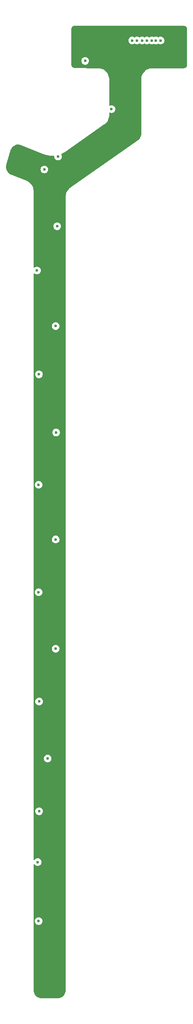
<source format=gbr>
%TF.GenerationSoftware,KiCad,Pcbnew,8.0.2*%
%TF.CreationDate,2025-02-10T20:40:28+01:00*%
%TF.ProjectId,FT25_AMS_VSENS,46543235-5f41-44d5-935f-5653454e532e,rev?*%
%TF.SameCoordinates,Original*%
%TF.FileFunction,Copper,L3,Inr*%
%TF.FilePolarity,Positive*%
%FSLAX46Y46*%
G04 Gerber Fmt 4.6, Leading zero omitted, Abs format (unit mm)*
G04 Created by KiCad (PCBNEW 8.0.2) date 2025-02-10 20:40:28*
%MOMM*%
%LPD*%
G01*
G04 APERTURE LIST*
%TA.AperFunction,ViaPad*%
%ADD10C,0.600000*%
%TD*%
G04 APERTURE END LIST*
D10*
%TO.N,/V1*%
X201425000Y-82300000D03*
X223300000Y-43200000D03*
%TO.N,/V2*%
X201100000Y-103300000D03*
X222300000Y-43200000D03*
%TO.N,/V3*%
X221400000Y-43200000D03*
X201200000Y-125700000D03*
%TO.N,/V4*%
X201100000Y-148200000D03*
X220400000Y-43200000D03*
%TO.N,/V5*%
X219400000Y-43200000D03*
X201100000Y-171200000D03*
%TO.N,/V6*%
X218300000Y-43200000D03*
X199400000Y-194287500D03*
%TO.N,/V7*%
X197300000Y-216100000D03*
X217300000Y-43200000D03*
%TO.N,/V8*%
X197500000Y-228500000D03*
%TO.N,/V9*%
X197600000Y-205400000D03*
%TO.N,/V10*%
X197600000Y-182300000D03*
%TO.N,/V11*%
X197500000Y-159300000D03*
%TO.N,/V12*%
X197500000Y-136700000D03*
%TO.N,/V13*%
X197550000Y-113450000D03*
%TO.N,/V14*%
X197150000Y-91600000D03*
%TO.N,/V15*%
X198718423Y-70342190D03*
%TO.N,VBUS*%
X212900000Y-57650000D03*
X207350000Y-47500000D03*
X201605503Y-67621559D03*
%TO.N,GND*%
X223150000Y-47350000D03*
%TD*%
%TA.AperFunction,Conductor*%
%TO.N,GND*%
G36*
X228144091Y-40102079D02*
G01*
X228145266Y-40102264D01*
X228145274Y-40102267D01*
X228186764Y-40102265D01*
X228198950Y-40102865D01*
X228318660Y-40114691D01*
X228342579Y-40119464D01*
X228451785Y-40152706D01*
X228474307Y-40162069D01*
X228532483Y-40193286D01*
X228571837Y-40214404D01*
X228574892Y-40216043D01*
X228595146Y-40229634D01*
X228683220Y-40302254D01*
X228700421Y-40319546D01*
X228772576Y-40408001D01*
X228786060Y-40428327D01*
X228839502Y-40529192D01*
X228848746Y-40551762D01*
X228881413Y-40661144D01*
X228886061Y-40685088D01*
X228897210Y-40804365D01*
X228897746Y-40816564D01*
X228897522Y-40858535D01*
X228898075Y-40862145D01*
X228899500Y-40880892D01*
X228899500Y-48300186D01*
X228898900Y-48312372D01*
X228886864Y-48434254D01*
X228882104Y-48458130D01*
X228846420Y-48575528D01*
X228837086Y-48598017D01*
X228779146Y-48706183D01*
X228765598Y-48726412D01*
X228687640Y-48821171D01*
X228670400Y-48838365D01*
X228575427Y-48916064D01*
X228555160Y-48929556D01*
X228446837Y-48987199D01*
X228424324Y-48996471D01*
X228306830Y-49031834D01*
X228282939Y-49036529D01*
X228154654Y-49048842D01*
X228142483Y-49049409D01*
X228112522Y-49049330D01*
X228101021Y-49049300D01*
X228101020Y-49049300D01*
X228092518Y-49049278D01*
X228090623Y-49049425D01*
X221452287Y-49049425D01*
X221447998Y-49049706D01*
X221364247Y-49049706D01*
X221226106Y-49066479D01*
X221087963Y-49083253D01*
X220956604Y-49115630D01*
X220817741Y-49149857D01*
X220817737Y-49149858D01*
X220817735Y-49149859D01*
X220817485Y-49149954D01*
X220557505Y-49248553D01*
X220311069Y-49377896D01*
X220082028Y-49535994D01*
X220082026Y-49535996D01*
X219952448Y-49650796D01*
X219873704Y-49720559D01*
X219873628Y-49720645D01*
X219696574Y-49920505D01*
X219689150Y-49928885D01*
X219594632Y-50065825D01*
X219531050Y-50157943D01*
X219401720Y-50404379D01*
X219401717Y-50404384D01*
X219303038Y-50664602D01*
X219303036Y-50664608D01*
X219236437Y-50934848D01*
X219202901Y-51211121D01*
X219202906Y-51350263D01*
X219202906Y-62804889D01*
X219202614Y-62813388D01*
X219187529Y-63032966D01*
X219185206Y-63049796D01*
X219141116Y-63261088D01*
X219136514Y-63277444D01*
X219063955Y-63480722D01*
X219057160Y-63496296D01*
X218957494Y-63687745D01*
X218948635Y-63702242D01*
X218823728Y-63878278D01*
X218812969Y-63891430D01*
X218665173Y-64048733D01*
X218652718Y-64060289D01*
X218481156Y-64198862D01*
X218474364Y-64203973D01*
X218442957Y-64225964D01*
X218442952Y-64225968D01*
X204244979Y-74167495D01*
X204244976Y-74167497D01*
X204221746Y-74183763D01*
X204210426Y-74191690D01*
X204199022Y-74199674D01*
X204175760Y-74215963D01*
X204175720Y-74215991D01*
X204097211Y-74270916D01*
X204097205Y-74270920D01*
X203891419Y-74455400D01*
X203891418Y-74455401D01*
X203709187Y-74663195D01*
X203709181Y-74663203D01*
X203553152Y-74891290D01*
X203553148Y-74891297D01*
X203425528Y-75136446D01*
X203425528Y-75136447D01*
X203328172Y-75395106D01*
X203327821Y-75396541D01*
X203262474Y-75663569D01*
X203229387Y-75937937D01*
X203229386Y-75937949D01*
X203229441Y-76076134D01*
X203229441Y-76076187D01*
X203229439Y-76133708D01*
X203229441Y-76133733D01*
X203229441Y-243030582D01*
X203229125Y-243039429D01*
X203212773Y-243268023D01*
X203210255Y-243285535D01*
X203162480Y-243505142D01*
X203157495Y-243522118D01*
X203078956Y-243732683D01*
X203071606Y-243748776D01*
X202963897Y-243946024D01*
X202954332Y-243960908D01*
X202819646Y-244140821D01*
X202808059Y-244154192D01*
X202649147Y-244313097D01*
X202635776Y-244324683D01*
X202455853Y-244459366D01*
X202440969Y-244468931D01*
X202243720Y-244576631D01*
X202227627Y-244583980D01*
X202017054Y-244662515D01*
X202000078Y-244667499D01*
X201780472Y-244715265D01*
X201762959Y-244717782D01*
X201533349Y-244734197D01*
X201524505Y-244734513D01*
X201490737Y-244734512D01*
X201482355Y-244734512D01*
X201482354Y-244734512D01*
X201472375Y-244734512D01*
X201472351Y-244734514D01*
X198134382Y-244734514D01*
X198125534Y-244734198D01*
X198101774Y-244732498D01*
X197896928Y-244717841D01*
X197879418Y-244715323D01*
X197659803Y-244667545D01*
X197642828Y-244662560D01*
X197432255Y-244584018D01*
X197416163Y-244576669D01*
X197218903Y-244468957D01*
X197204024Y-244459394D01*
X197024105Y-244324710D01*
X197010735Y-244313126D01*
X196851805Y-244154201D01*
X196840220Y-244140831D01*
X196840213Y-244140821D01*
X196705525Y-243960908D01*
X196695970Y-243946039D01*
X196588248Y-243748776D01*
X196580901Y-243732690D01*
X196580898Y-243732683D01*
X196502350Y-243522111D01*
X196497366Y-243505137D01*
X196449584Y-243285531D01*
X196447065Y-243268021D01*
X196440347Y-243174169D01*
X196430757Y-243040179D01*
X196430441Y-243031326D01*
X196430441Y-228499996D01*
X196694435Y-228499996D01*
X196694435Y-228500003D01*
X196714630Y-228679249D01*
X196714631Y-228679254D01*
X196774211Y-228849523D01*
X196870184Y-229002262D01*
X196997738Y-229129816D01*
X197150478Y-229225789D01*
X197320745Y-229285368D01*
X197320750Y-229285369D01*
X197499996Y-229305565D01*
X197500000Y-229305565D01*
X197500004Y-229305565D01*
X197679249Y-229285369D01*
X197679252Y-229285368D01*
X197679255Y-229285368D01*
X197849522Y-229225789D01*
X198002262Y-229129816D01*
X198129816Y-229002262D01*
X198225789Y-228849522D01*
X198285368Y-228679255D01*
X198305565Y-228500000D01*
X198285368Y-228320745D01*
X198225789Y-228150478D01*
X198129816Y-227997738D01*
X198002262Y-227870184D01*
X197849523Y-227774211D01*
X197679254Y-227714631D01*
X197679249Y-227714630D01*
X197500004Y-227694435D01*
X197499996Y-227694435D01*
X197320750Y-227714630D01*
X197320745Y-227714631D01*
X197150476Y-227774211D01*
X196997737Y-227870184D01*
X196870184Y-227997737D01*
X196774211Y-228150476D01*
X196714631Y-228320745D01*
X196714630Y-228320750D01*
X196694435Y-228499996D01*
X196430441Y-228499996D01*
X196430441Y-216651126D01*
X196450126Y-216584087D01*
X196502930Y-216538332D01*
X196572088Y-216528388D01*
X196635644Y-216557413D01*
X196659432Y-216585150D01*
X196670184Y-216602262D01*
X196797738Y-216729816D01*
X196950478Y-216825789D01*
X197120745Y-216885368D01*
X197120750Y-216885369D01*
X197299996Y-216905565D01*
X197300000Y-216905565D01*
X197300004Y-216905565D01*
X197479249Y-216885369D01*
X197479252Y-216885368D01*
X197479255Y-216885368D01*
X197649522Y-216825789D01*
X197802262Y-216729816D01*
X197929816Y-216602262D01*
X198025789Y-216449522D01*
X198085368Y-216279255D01*
X198105565Y-216100000D01*
X198085368Y-215920745D01*
X198025789Y-215750478D01*
X197929816Y-215597738D01*
X197802262Y-215470184D01*
X197649523Y-215374211D01*
X197479254Y-215314631D01*
X197479249Y-215314630D01*
X197300004Y-215294435D01*
X197299996Y-215294435D01*
X197120750Y-215314630D01*
X197120745Y-215314631D01*
X196950476Y-215374211D01*
X196797737Y-215470184D01*
X196670182Y-215597739D01*
X196659434Y-215614846D01*
X196607099Y-215661137D01*
X196538046Y-215671784D01*
X196474198Y-215643409D01*
X196435826Y-215585019D01*
X196430441Y-215548873D01*
X196430441Y-205399996D01*
X196794435Y-205399996D01*
X196794435Y-205400003D01*
X196814630Y-205579249D01*
X196814631Y-205579254D01*
X196874211Y-205749523D01*
X196970184Y-205902262D01*
X197097738Y-206029816D01*
X197250478Y-206125789D01*
X197420745Y-206185368D01*
X197420750Y-206185369D01*
X197599996Y-206205565D01*
X197600000Y-206205565D01*
X197600004Y-206205565D01*
X197779249Y-206185369D01*
X197779252Y-206185368D01*
X197779255Y-206185368D01*
X197949522Y-206125789D01*
X198102262Y-206029816D01*
X198229816Y-205902262D01*
X198325789Y-205749522D01*
X198385368Y-205579255D01*
X198405565Y-205400000D01*
X198385368Y-205220745D01*
X198325789Y-205050478D01*
X198229816Y-204897738D01*
X198102262Y-204770184D01*
X197949523Y-204674211D01*
X197779254Y-204614631D01*
X197779249Y-204614630D01*
X197600004Y-204594435D01*
X197599996Y-204594435D01*
X197420750Y-204614630D01*
X197420745Y-204614631D01*
X197250476Y-204674211D01*
X197097737Y-204770184D01*
X196970184Y-204897737D01*
X196874211Y-205050476D01*
X196814631Y-205220745D01*
X196814630Y-205220750D01*
X196794435Y-205399996D01*
X196430441Y-205399996D01*
X196430441Y-194287496D01*
X198594435Y-194287496D01*
X198594435Y-194287503D01*
X198614630Y-194466749D01*
X198614631Y-194466754D01*
X198674211Y-194637023D01*
X198770184Y-194789762D01*
X198897738Y-194917316D01*
X199050478Y-195013289D01*
X199220745Y-195072868D01*
X199220750Y-195072869D01*
X199399996Y-195093065D01*
X199400000Y-195093065D01*
X199400004Y-195093065D01*
X199579249Y-195072869D01*
X199579252Y-195072868D01*
X199579255Y-195072868D01*
X199749522Y-195013289D01*
X199902262Y-194917316D01*
X200029816Y-194789762D01*
X200125789Y-194637022D01*
X200185368Y-194466755D01*
X200205565Y-194287500D01*
X200185368Y-194108245D01*
X200125789Y-193937978D01*
X200029816Y-193785238D01*
X199902262Y-193657684D01*
X199749523Y-193561711D01*
X199579254Y-193502131D01*
X199579249Y-193502130D01*
X199400004Y-193481935D01*
X199399996Y-193481935D01*
X199220750Y-193502130D01*
X199220745Y-193502131D01*
X199050476Y-193561711D01*
X198897737Y-193657684D01*
X198770184Y-193785237D01*
X198674211Y-193937976D01*
X198614631Y-194108245D01*
X198614630Y-194108250D01*
X198594435Y-194287496D01*
X196430441Y-194287496D01*
X196430441Y-182299996D01*
X196794435Y-182299996D01*
X196794435Y-182300003D01*
X196814630Y-182479249D01*
X196814631Y-182479254D01*
X196874211Y-182649523D01*
X196970184Y-182802262D01*
X197097738Y-182929816D01*
X197250478Y-183025789D01*
X197420745Y-183085368D01*
X197420750Y-183085369D01*
X197599996Y-183105565D01*
X197600000Y-183105565D01*
X197600004Y-183105565D01*
X197779249Y-183085369D01*
X197779252Y-183085368D01*
X197779255Y-183085368D01*
X197949522Y-183025789D01*
X198102262Y-182929816D01*
X198229816Y-182802262D01*
X198325789Y-182649522D01*
X198385368Y-182479255D01*
X198405565Y-182300000D01*
X198385368Y-182120745D01*
X198325789Y-181950478D01*
X198229816Y-181797738D01*
X198102262Y-181670184D01*
X197949523Y-181574211D01*
X197779254Y-181514631D01*
X197779249Y-181514630D01*
X197600004Y-181494435D01*
X197599996Y-181494435D01*
X197420750Y-181514630D01*
X197420745Y-181514631D01*
X197250476Y-181574211D01*
X197097737Y-181670184D01*
X196970184Y-181797737D01*
X196874211Y-181950476D01*
X196814631Y-182120745D01*
X196814630Y-182120750D01*
X196794435Y-182299996D01*
X196430441Y-182299996D01*
X196430441Y-171199996D01*
X200294435Y-171199996D01*
X200294435Y-171200003D01*
X200314630Y-171379249D01*
X200314631Y-171379254D01*
X200374211Y-171549523D01*
X200470184Y-171702262D01*
X200597738Y-171829816D01*
X200750478Y-171925789D01*
X200920745Y-171985368D01*
X200920750Y-171985369D01*
X201099996Y-172005565D01*
X201100000Y-172005565D01*
X201100004Y-172005565D01*
X201279249Y-171985369D01*
X201279252Y-171985368D01*
X201279255Y-171985368D01*
X201449522Y-171925789D01*
X201602262Y-171829816D01*
X201729816Y-171702262D01*
X201825789Y-171549522D01*
X201885368Y-171379255D01*
X201905565Y-171200000D01*
X201885368Y-171020745D01*
X201825789Y-170850478D01*
X201729816Y-170697738D01*
X201602262Y-170570184D01*
X201449523Y-170474211D01*
X201279254Y-170414631D01*
X201279249Y-170414630D01*
X201100004Y-170394435D01*
X201099996Y-170394435D01*
X200920750Y-170414630D01*
X200920745Y-170414631D01*
X200750476Y-170474211D01*
X200597737Y-170570184D01*
X200470184Y-170697737D01*
X200374211Y-170850476D01*
X200314631Y-171020745D01*
X200314630Y-171020750D01*
X200294435Y-171199996D01*
X196430441Y-171199996D01*
X196430441Y-159299996D01*
X196694435Y-159299996D01*
X196694435Y-159300003D01*
X196714630Y-159479249D01*
X196714631Y-159479254D01*
X196774211Y-159649523D01*
X196870184Y-159802262D01*
X196997738Y-159929816D01*
X197150478Y-160025789D01*
X197320745Y-160085368D01*
X197320750Y-160085369D01*
X197499996Y-160105565D01*
X197500000Y-160105565D01*
X197500004Y-160105565D01*
X197679249Y-160085369D01*
X197679252Y-160085368D01*
X197679255Y-160085368D01*
X197849522Y-160025789D01*
X198002262Y-159929816D01*
X198129816Y-159802262D01*
X198225789Y-159649522D01*
X198285368Y-159479255D01*
X198305565Y-159300000D01*
X198285368Y-159120745D01*
X198225789Y-158950478D01*
X198129816Y-158797738D01*
X198002262Y-158670184D01*
X197849523Y-158574211D01*
X197679254Y-158514631D01*
X197679249Y-158514630D01*
X197500004Y-158494435D01*
X197499996Y-158494435D01*
X197320750Y-158514630D01*
X197320745Y-158514631D01*
X197150476Y-158574211D01*
X196997737Y-158670184D01*
X196870184Y-158797737D01*
X196774211Y-158950476D01*
X196714631Y-159120745D01*
X196714630Y-159120750D01*
X196694435Y-159299996D01*
X196430441Y-159299996D01*
X196430441Y-148199996D01*
X200294435Y-148199996D01*
X200294435Y-148200003D01*
X200314630Y-148379249D01*
X200314631Y-148379254D01*
X200374211Y-148549523D01*
X200470184Y-148702262D01*
X200597738Y-148829816D01*
X200750478Y-148925789D01*
X200920745Y-148985368D01*
X200920750Y-148985369D01*
X201099996Y-149005565D01*
X201100000Y-149005565D01*
X201100004Y-149005565D01*
X201279249Y-148985369D01*
X201279252Y-148985368D01*
X201279255Y-148985368D01*
X201449522Y-148925789D01*
X201602262Y-148829816D01*
X201729816Y-148702262D01*
X201825789Y-148549522D01*
X201885368Y-148379255D01*
X201905565Y-148200000D01*
X201885368Y-148020745D01*
X201825789Y-147850478D01*
X201729816Y-147697738D01*
X201602262Y-147570184D01*
X201449523Y-147474211D01*
X201279254Y-147414631D01*
X201279249Y-147414630D01*
X201100004Y-147394435D01*
X201099996Y-147394435D01*
X200920750Y-147414630D01*
X200920745Y-147414631D01*
X200750476Y-147474211D01*
X200597737Y-147570184D01*
X200470184Y-147697737D01*
X200374211Y-147850476D01*
X200314631Y-148020745D01*
X200314630Y-148020750D01*
X200294435Y-148199996D01*
X196430441Y-148199996D01*
X196430441Y-136699996D01*
X196694435Y-136699996D01*
X196694435Y-136700003D01*
X196714630Y-136879249D01*
X196714631Y-136879254D01*
X196774211Y-137049523D01*
X196870184Y-137202262D01*
X196997738Y-137329816D01*
X197150478Y-137425789D01*
X197320745Y-137485368D01*
X197320750Y-137485369D01*
X197499996Y-137505565D01*
X197500000Y-137505565D01*
X197500004Y-137505565D01*
X197679249Y-137485369D01*
X197679252Y-137485368D01*
X197679255Y-137485368D01*
X197849522Y-137425789D01*
X198002262Y-137329816D01*
X198129816Y-137202262D01*
X198225789Y-137049522D01*
X198285368Y-136879255D01*
X198305565Y-136700000D01*
X198285368Y-136520745D01*
X198225789Y-136350478D01*
X198129816Y-136197738D01*
X198002262Y-136070184D01*
X197849523Y-135974211D01*
X197679254Y-135914631D01*
X197679249Y-135914630D01*
X197500004Y-135894435D01*
X197499996Y-135894435D01*
X197320750Y-135914630D01*
X197320745Y-135914631D01*
X197150476Y-135974211D01*
X196997737Y-136070184D01*
X196870184Y-136197737D01*
X196774211Y-136350476D01*
X196714631Y-136520745D01*
X196714630Y-136520750D01*
X196694435Y-136699996D01*
X196430441Y-136699996D01*
X196430441Y-125699996D01*
X200394435Y-125699996D01*
X200394435Y-125700003D01*
X200414630Y-125879249D01*
X200414631Y-125879254D01*
X200474211Y-126049523D01*
X200570184Y-126202262D01*
X200697738Y-126329816D01*
X200850478Y-126425789D01*
X201020745Y-126485368D01*
X201020750Y-126485369D01*
X201199996Y-126505565D01*
X201200000Y-126505565D01*
X201200004Y-126505565D01*
X201379249Y-126485369D01*
X201379252Y-126485368D01*
X201379255Y-126485368D01*
X201549522Y-126425789D01*
X201702262Y-126329816D01*
X201829816Y-126202262D01*
X201925789Y-126049522D01*
X201985368Y-125879255D01*
X202005565Y-125700000D01*
X201985368Y-125520745D01*
X201925789Y-125350478D01*
X201829816Y-125197738D01*
X201702262Y-125070184D01*
X201549523Y-124974211D01*
X201379254Y-124914631D01*
X201379249Y-124914630D01*
X201200004Y-124894435D01*
X201199996Y-124894435D01*
X201020750Y-124914630D01*
X201020745Y-124914631D01*
X200850476Y-124974211D01*
X200697737Y-125070184D01*
X200570184Y-125197737D01*
X200474211Y-125350476D01*
X200414631Y-125520745D01*
X200414630Y-125520750D01*
X200394435Y-125699996D01*
X196430441Y-125699996D01*
X196430441Y-113449996D01*
X196744435Y-113449996D01*
X196744435Y-113450003D01*
X196764630Y-113629249D01*
X196764631Y-113629254D01*
X196824211Y-113799523D01*
X196920184Y-113952262D01*
X197047738Y-114079816D01*
X197200478Y-114175789D01*
X197370745Y-114235368D01*
X197370750Y-114235369D01*
X197549996Y-114255565D01*
X197550000Y-114255565D01*
X197550004Y-114255565D01*
X197729249Y-114235369D01*
X197729252Y-114235368D01*
X197729255Y-114235368D01*
X197899522Y-114175789D01*
X198052262Y-114079816D01*
X198179816Y-113952262D01*
X198275789Y-113799522D01*
X198335368Y-113629255D01*
X198355565Y-113450000D01*
X198335368Y-113270745D01*
X198275789Y-113100478D01*
X198179816Y-112947738D01*
X198052262Y-112820184D01*
X197899523Y-112724211D01*
X197729254Y-112664631D01*
X197729249Y-112664630D01*
X197550004Y-112644435D01*
X197549996Y-112644435D01*
X197370750Y-112664630D01*
X197370745Y-112664631D01*
X197200476Y-112724211D01*
X197047737Y-112820184D01*
X196920184Y-112947737D01*
X196824211Y-113100476D01*
X196764631Y-113270745D01*
X196764630Y-113270750D01*
X196744435Y-113449996D01*
X196430441Y-113449996D01*
X196430441Y-103299996D01*
X200294435Y-103299996D01*
X200294435Y-103300003D01*
X200314630Y-103479249D01*
X200314631Y-103479254D01*
X200374211Y-103649523D01*
X200470184Y-103802262D01*
X200597738Y-103929816D01*
X200750478Y-104025789D01*
X200920745Y-104085368D01*
X200920750Y-104085369D01*
X201099996Y-104105565D01*
X201100000Y-104105565D01*
X201100004Y-104105565D01*
X201279249Y-104085369D01*
X201279252Y-104085368D01*
X201279255Y-104085368D01*
X201449522Y-104025789D01*
X201602262Y-103929816D01*
X201729816Y-103802262D01*
X201825789Y-103649522D01*
X201885368Y-103479255D01*
X201905565Y-103300000D01*
X201885368Y-103120745D01*
X201825789Y-102950478D01*
X201729816Y-102797738D01*
X201602262Y-102670184D01*
X201449523Y-102574211D01*
X201279254Y-102514631D01*
X201279249Y-102514630D01*
X201100004Y-102494435D01*
X201099996Y-102494435D01*
X200920750Y-102514630D01*
X200920745Y-102514631D01*
X200750476Y-102574211D01*
X200597737Y-102670184D01*
X200470184Y-102797737D01*
X200374211Y-102950476D01*
X200314631Y-103120745D01*
X200314630Y-103120750D01*
X200294435Y-103299996D01*
X196430441Y-103299996D01*
X196430441Y-92311881D01*
X196450126Y-92244842D01*
X196502930Y-92199087D01*
X196572088Y-92189143D01*
X196635644Y-92218168D01*
X196642122Y-92224200D01*
X196647738Y-92229816D01*
X196671652Y-92244842D01*
X196778343Y-92311881D01*
X196800478Y-92325789D01*
X196970745Y-92385368D01*
X196970750Y-92385369D01*
X197149996Y-92405565D01*
X197150000Y-92405565D01*
X197150004Y-92405565D01*
X197329249Y-92385369D01*
X197329252Y-92385368D01*
X197329255Y-92385368D01*
X197499522Y-92325789D01*
X197652262Y-92229816D01*
X197779816Y-92102262D01*
X197875789Y-91949522D01*
X197935368Y-91779255D01*
X197955565Y-91600000D01*
X197935368Y-91420745D01*
X197875789Y-91250478D01*
X197779816Y-91097738D01*
X197652262Y-90970184D01*
X197639920Y-90962429D01*
X197499523Y-90874211D01*
X197329254Y-90814631D01*
X197329249Y-90814630D01*
X197150004Y-90794435D01*
X197149996Y-90794435D01*
X196970750Y-90814630D01*
X196970745Y-90814631D01*
X196800476Y-90874211D01*
X196647737Y-90970184D01*
X196642122Y-90975800D01*
X196580799Y-91009285D01*
X196511107Y-91004301D01*
X196455174Y-90962429D01*
X196430757Y-90896965D01*
X196430441Y-90888119D01*
X196430441Y-82299996D01*
X200619435Y-82299996D01*
X200619435Y-82300003D01*
X200639630Y-82479249D01*
X200639631Y-82479254D01*
X200699211Y-82649523D01*
X200795184Y-82802262D01*
X200922738Y-82929816D01*
X201075478Y-83025789D01*
X201245745Y-83085368D01*
X201245750Y-83085369D01*
X201424996Y-83105565D01*
X201425000Y-83105565D01*
X201425004Y-83105565D01*
X201604249Y-83085369D01*
X201604252Y-83085368D01*
X201604255Y-83085368D01*
X201774522Y-83025789D01*
X201927262Y-82929816D01*
X202054816Y-82802262D01*
X202150789Y-82649522D01*
X202210368Y-82479255D01*
X202230565Y-82300000D01*
X202210368Y-82120745D01*
X202150789Y-81950478D01*
X202054816Y-81797738D01*
X201927262Y-81670184D01*
X201774523Y-81574211D01*
X201604254Y-81514631D01*
X201604249Y-81514630D01*
X201425004Y-81494435D01*
X201424996Y-81494435D01*
X201245750Y-81514630D01*
X201245745Y-81514631D01*
X201075476Y-81574211D01*
X200922737Y-81670184D01*
X200795184Y-81797737D01*
X200699211Y-81950476D01*
X200639631Y-82120745D01*
X200639630Y-82120750D01*
X200619435Y-82299996D01*
X196430441Y-82299996D01*
X196430441Y-74845456D01*
X196430406Y-74844946D01*
X196430394Y-74755951D01*
X196397914Y-74484012D01*
X196333402Y-74217847D01*
X196237769Y-73961215D01*
X196112366Y-73717740D01*
X195958964Y-73490862D01*
X195958958Y-73490855D01*
X195958952Y-73490847D01*
X195779736Y-73283792D01*
X195779730Y-73283785D01*
X195577196Y-73099433D01*
X195577193Y-73099430D01*
X195354231Y-72940417D01*
X195354224Y-72940413D01*
X195354223Y-72940412D01*
X195354221Y-72940411D01*
X195268035Y-72893259D01*
X195113959Y-72808965D01*
X195113942Y-72808958D01*
X195081832Y-72796063D01*
X195081782Y-72796023D01*
X194934368Y-72736853D01*
X194934282Y-72736826D01*
X191701785Y-71439330D01*
X191701768Y-71439324D01*
X191690193Y-71434678D01*
X191672489Y-71427571D01*
X191664883Y-71424218D01*
X191470904Y-71330811D01*
X191456448Y-71322614D01*
X191280197Y-71206411D01*
X191266967Y-71196355D01*
X191107827Y-71057621D01*
X191096061Y-71045885D01*
X190956912Y-70887128D01*
X190946823Y-70873929D01*
X190830150Y-70697987D01*
X190821914Y-70683553D01*
X190729811Y-70493583D01*
X190723580Y-70478178D01*
X190716617Y-70456976D01*
X190678918Y-70342186D01*
X197912858Y-70342186D01*
X197912858Y-70342193D01*
X197933053Y-70521439D01*
X197933054Y-70521444D01*
X197992634Y-70691713D01*
X198088607Y-70844452D01*
X198216161Y-70972006D01*
X198306503Y-71028772D01*
X198343715Y-71052154D01*
X198368901Y-71067979D01*
X198539168Y-71127558D01*
X198539173Y-71127559D01*
X198718419Y-71147755D01*
X198718423Y-71147755D01*
X198718427Y-71147755D01*
X198897672Y-71127559D01*
X198897675Y-71127558D01*
X198897678Y-71127558D01*
X199067945Y-71067979D01*
X199220685Y-70972006D01*
X199348239Y-70844452D01*
X199444212Y-70691712D01*
X199503791Y-70521445D01*
X199503792Y-70521439D01*
X199523988Y-70342193D01*
X199523988Y-70342186D01*
X199503792Y-70162940D01*
X199503791Y-70162935D01*
X199444211Y-69992666D01*
X199348238Y-69839927D01*
X199220685Y-69712374D01*
X199067946Y-69616401D01*
X198897677Y-69556821D01*
X198897672Y-69556820D01*
X198718427Y-69536625D01*
X198718419Y-69536625D01*
X198539173Y-69556820D01*
X198539168Y-69556821D01*
X198368899Y-69616401D01*
X198216160Y-69712374D01*
X198088607Y-69839927D01*
X197992634Y-69992666D01*
X197933054Y-70162935D01*
X197933053Y-70162940D01*
X197912858Y-70342186D01*
X190678918Y-70342186D01*
X190657708Y-70277602D01*
X190653596Y-70261519D01*
X190615134Y-70053924D01*
X190613209Y-70037424D01*
X190606337Y-69897522D01*
X190602852Y-69826555D01*
X190603151Y-69809948D01*
X190621082Y-69599585D01*
X190623596Y-69583188D01*
X190670276Y-69373606D01*
X190672353Y-69365565D01*
X190721287Y-69199306D01*
X191551289Y-66379279D01*
X191551297Y-66379263D01*
X191555684Y-66364355D01*
X191555685Y-66364355D01*
X191567908Y-66322821D01*
X191570608Y-66314697D01*
X191648229Y-66105720D01*
X191655313Y-66090070D01*
X191759040Y-65897688D01*
X191768236Y-65883150D01*
X191897590Y-65706981D01*
X191908702Y-65693861D01*
X192061208Y-65537279D01*
X192074009Y-65525841D01*
X192246726Y-65391870D01*
X192261007Y-65382302D01*
X192450599Y-65273529D01*
X192466044Y-65266041D01*
X192668877Y-65184553D01*
X192685230Y-65179268D01*
X192897364Y-65126645D01*
X192914295Y-65123674D01*
X193131682Y-65100917D01*
X193148851Y-65100318D01*
X193367291Y-65107870D01*
X193384400Y-65109656D01*
X193492037Y-65128511D01*
X193599676Y-65147366D01*
X193616372Y-65151502D01*
X193827566Y-65219682D01*
X193835622Y-65222594D01*
X198472164Y-67083696D01*
X198472172Y-67083701D01*
X198483814Y-67088373D01*
X198483816Y-67088375D01*
X198513809Y-67100413D01*
X198513813Y-67100416D01*
X198513814Y-67100415D01*
X198564697Y-67120840D01*
X198564698Y-67120840D01*
X198572184Y-67123845D01*
X198572573Y-67123971D01*
X198719773Y-67183052D01*
X199114733Y-67304789D01*
X199114741Y-67304790D01*
X199114742Y-67304791D01*
X199518380Y-67393474D01*
X199518387Y-67393474D01*
X199518401Y-67393478D01*
X199928016Y-67448513D01*
X200340778Y-67469518D01*
X200675573Y-67458844D01*
X200743203Y-67476382D01*
X200790618Y-67527701D01*
X200802760Y-67596508D01*
X200799939Y-67621555D01*
X200799938Y-67621561D01*
X200799938Y-67621562D01*
X200820133Y-67800808D01*
X200820134Y-67800813D01*
X200879714Y-67971082D01*
X200975687Y-68123821D01*
X201103241Y-68251375D01*
X201255981Y-68347348D01*
X201426248Y-68406927D01*
X201426253Y-68406928D01*
X201605499Y-68427124D01*
X201605503Y-68427124D01*
X201605507Y-68427124D01*
X201784752Y-68406928D01*
X201784755Y-68406927D01*
X201784758Y-68406927D01*
X201955025Y-68347348D01*
X202107765Y-68251375D01*
X202235319Y-68123821D01*
X202331292Y-67971081D01*
X202390871Y-67800814D01*
X202411068Y-67621559D01*
X202408245Y-67596508D01*
X202390872Y-67442309D01*
X202390871Y-67442304D01*
X202331291Y-67272034D01*
X202311453Y-67240463D01*
X202292452Y-67173226D01*
X202312819Y-67106391D01*
X202363018Y-67062591D01*
X202726299Y-66889147D01*
X203083280Y-66680873D01*
X203190921Y-66605504D01*
X203190926Y-66605502D01*
X203209610Y-66592420D01*
X203209616Y-66592417D01*
X203220149Y-66585040D01*
X203220152Y-66585040D01*
X203252559Y-66562348D01*
X203252559Y-66562349D01*
X203291547Y-66535050D01*
X203291549Y-66535047D01*
X203301014Y-66528420D01*
X203301017Y-66528416D01*
X211373394Y-60876079D01*
X211373413Y-60876069D01*
X211380783Y-60870908D01*
X211380873Y-60870877D01*
X211422950Y-60841439D01*
X211422951Y-60841440D01*
X211536183Y-60762222D01*
X211741974Y-60577731D01*
X211924201Y-60369931D01*
X212080244Y-60141813D01*
X212207857Y-59896656D01*
X212305206Y-59637985D01*
X212370892Y-59369522D01*
X212403968Y-59095126D01*
X212403906Y-58956934D01*
X212403906Y-58499263D01*
X212423591Y-58432224D01*
X212476395Y-58386469D01*
X212545553Y-58376525D01*
X212568861Y-58382222D01*
X212720737Y-58435366D01*
X212720743Y-58435367D01*
X212720745Y-58435368D01*
X212720746Y-58435368D01*
X212720750Y-58435369D01*
X212899996Y-58455565D01*
X212900000Y-58455565D01*
X212900004Y-58455565D01*
X213079249Y-58435369D01*
X213079252Y-58435368D01*
X213079255Y-58435368D01*
X213249522Y-58375789D01*
X213402262Y-58279816D01*
X213529816Y-58152262D01*
X213625789Y-57999522D01*
X213685368Y-57829255D01*
X213705565Y-57650000D01*
X213685368Y-57470745D01*
X213625789Y-57300478D01*
X213529816Y-57147738D01*
X213402262Y-57020184D01*
X213396093Y-57016308D01*
X213249523Y-56924211D01*
X213079254Y-56864631D01*
X213079249Y-56864630D01*
X212900004Y-56844435D01*
X212899996Y-56844435D01*
X212720750Y-56864630D01*
X212720742Y-56864632D01*
X212568860Y-56917778D01*
X212499081Y-56921339D01*
X212438454Y-56886610D01*
X212406227Y-56824617D01*
X212403906Y-56800736D01*
X212403906Y-51397868D01*
X212403907Y-51397865D01*
X212403906Y-51350270D01*
X212403906Y-51310712D01*
X212403906Y-51303141D01*
X212403825Y-51301914D01*
X212403825Y-51211125D01*
X212403825Y-51211121D01*
X212403825Y-51211120D01*
X212370277Y-50934848D01*
X212303675Y-50664635D01*
X212303662Y-50664602D01*
X212215252Y-50431483D01*
X212204988Y-50404419D01*
X212075657Y-50157995D01*
X211917567Y-49928956D01*
X211871431Y-49876877D01*
X211733027Y-49720645D01*
X211733009Y-49720628D01*
X211524723Y-49536094D01*
X211524715Y-49536087D01*
X211295687Y-49377992D01*
X211295686Y-49377991D01*
X211295684Y-49377990D01*
X211118254Y-49284860D01*
X211049264Y-49248648D01*
X211049255Y-49248644D01*
X210789056Y-49149954D01*
X210789054Y-49149953D01*
X210789053Y-49149953D01*
X210518842Y-49083340D01*
X210518126Y-49083253D01*
X210242568Y-49049780D01*
X210242574Y-49049780D01*
X210105867Y-49049774D01*
X210104449Y-49049766D01*
X205167302Y-48993073D01*
X205159362Y-48992402D01*
X205113184Y-48992402D01*
X205101030Y-48991805D01*
X205088844Y-48990604D01*
X204982773Y-48980155D01*
X204958934Y-48975412D01*
X204851093Y-48942698D01*
X204828635Y-48933396D01*
X204729246Y-48880270D01*
X204709035Y-48866765D01*
X204621912Y-48795264D01*
X204604725Y-48778077D01*
X204533230Y-48690960D01*
X204519726Y-48670749D01*
X204466601Y-48571357D01*
X204457300Y-48548901D01*
X204424584Y-48441052D01*
X204419842Y-48417216D01*
X204408208Y-48299096D01*
X204407611Y-48286941D01*
X204407618Y-47499996D01*
X206544435Y-47499996D01*
X206544435Y-47500003D01*
X206564630Y-47679249D01*
X206564631Y-47679254D01*
X206624211Y-47849523D01*
X206720184Y-48002262D01*
X206847738Y-48129816D01*
X207000478Y-48225789D01*
X207170745Y-48285368D01*
X207170750Y-48285369D01*
X207349996Y-48305565D01*
X207350000Y-48305565D01*
X207350004Y-48305565D01*
X207529249Y-48285369D01*
X207529252Y-48285368D01*
X207529255Y-48285368D01*
X207699522Y-48225789D01*
X207852262Y-48129816D01*
X207979816Y-48002262D01*
X208075789Y-47849522D01*
X208135368Y-47679255D01*
X208155565Y-47500000D01*
X208135368Y-47320745D01*
X208075789Y-47150478D01*
X207979816Y-46997738D01*
X207852262Y-46870184D01*
X207699523Y-46774211D01*
X207529254Y-46714631D01*
X207529249Y-46714630D01*
X207350004Y-46694435D01*
X207349996Y-46694435D01*
X207170750Y-46714630D01*
X207170745Y-46714631D01*
X207000476Y-46774211D01*
X206847737Y-46870184D01*
X206720184Y-46997737D01*
X206624211Y-47150476D01*
X206564631Y-47320745D01*
X206564630Y-47320750D01*
X206544435Y-47499996D01*
X204407618Y-47499996D01*
X204407624Y-46774211D01*
X204407654Y-43199996D01*
X216494435Y-43199996D01*
X216494435Y-43200003D01*
X216514630Y-43379249D01*
X216514631Y-43379254D01*
X216574211Y-43549523D01*
X216670184Y-43702262D01*
X216797738Y-43829816D01*
X216950478Y-43925789D01*
X217120745Y-43985368D01*
X217120750Y-43985369D01*
X217299996Y-44005565D01*
X217300000Y-44005565D01*
X217300004Y-44005565D01*
X217479249Y-43985369D01*
X217479252Y-43985368D01*
X217479255Y-43985368D01*
X217649522Y-43925789D01*
X217734027Y-43872691D01*
X217801264Y-43853690D01*
X217865973Y-43872691D01*
X217950475Y-43925788D01*
X218120745Y-43985368D01*
X218120750Y-43985369D01*
X218299996Y-44005565D01*
X218300000Y-44005565D01*
X218300004Y-44005565D01*
X218479249Y-43985369D01*
X218479252Y-43985368D01*
X218479255Y-43985368D01*
X218649522Y-43925789D01*
X218784029Y-43841272D01*
X218851264Y-43822272D01*
X218915970Y-43841272D01*
X218965973Y-43872691D01*
X219050475Y-43925788D01*
X219220745Y-43985368D01*
X219220750Y-43985369D01*
X219399996Y-44005565D01*
X219400000Y-44005565D01*
X219400004Y-44005565D01*
X219579249Y-43985369D01*
X219579252Y-43985368D01*
X219579255Y-43985368D01*
X219749522Y-43925789D01*
X219834027Y-43872691D01*
X219901264Y-43853690D01*
X219965973Y-43872691D01*
X220050475Y-43925788D01*
X220220745Y-43985368D01*
X220220750Y-43985369D01*
X220399996Y-44005565D01*
X220400000Y-44005565D01*
X220400004Y-44005565D01*
X220579249Y-43985369D01*
X220579252Y-43985368D01*
X220579255Y-43985368D01*
X220749522Y-43925789D01*
X220834027Y-43872691D01*
X220901264Y-43853690D01*
X220965973Y-43872691D01*
X221050475Y-43925788D01*
X221220745Y-43985368D01*
X221220750Y-43985369D01*
X221399996Y-44005565D01*
X221400000Y-44005565D01*
X221400004Y-44005565D01*
X221579249Y-43985369D01*
X221579252Y-43985368D01*
X221579255Y-43985368D01*
X221749522Y-43925789D01*
X221784027Y-43904108D01*
X221851263Y-43885107D01*
X221915973Y-43904108D01*
X221950475Y-43925788D01*
X222120745Y-43985368D01*
X222120750Y-43985369D01*
X222299996Y-44005565D01*
X222300000Y-44005565D01*
X222300004Y-44005565D01*
X222479249Y-43985369D01*
X222479252Y-43985368D01*
X222479255Y-43985368D01*
X222649522Y-43925789D01*
X222734027Y-43872691D01*
X222801264Y-43853690D01*
X222865973Y-43872691D01*
X222950475Y-43925788D01*
X223120745Y-43985368D01*
X223120750Y-43985369D01*
X223299996Y-44005565D01*
X223300000Y-44005565D01*
X223300004Y-44005565D01*
X223479249Y-43985369D01*
X223479252Y-43985368D01*
X223479255Y-43985368D01*
X223649522Y-43925789D01*
X223802262Y-43829816D01*
X223929816Y-43702262D01*
X224025789Y-43549522D01*
X224085368Y-43379255D01*
X224105565Y-43200000D01*
X224085368Y-43020745D01*
X224025789Y-42850478D01*
X223929816Y-42697738D01*
X223802262Y-42570184D01*
X223734027Y-42527309D01*
X223649523Y-42474211D01*
X223479254Y-42414631D01*
X223479249Y-42414630D01*
X223300004Y-42394435D01*
X223299996Y-42394435D01*
X223120750Y-42414630D01*
X223120737Y-42414633D01*
X222950479Y-42474209D01*
X222865971Y-42527309D01*
X222798734Y-42546309D01*
X222734029Y-42527309D01*
X222649520Y-42474209D01*
X222479262Y-42414633D01*
X222479249Y-42414630D01*
X222300004Y-42394435D01*
X222299996Y-42394435D01*
X222120750Y-42414630D01*
X222120737Y-42414633D01*
X221950480Y-42474209D01*
X221915970Y-42495893D01*
X221848733Y-42514892D01*
X221784030Y-42495893D01*
X221749519Y-42474209D01*
X221579262Y-42414633D01*
X221579249Y-42414630D01*
X221400004Y-42394435D01*
X221399996Y-42394435D01*
X221220750Y-42414630D01*
X221220737Y-42414633D01*
X221050479Y-42474209D01*
X220965971Y-42527309D01*
X220898734Y-42546309D01*
X220834029Y-42527309D01*
X220749520Y-42474209D01*
X220579262Y-42414633D01*
X220579249Y-42414630D01*
X220400004Y-42394435D01*
X220399996Y-42394435D01*
X220220750Y-42414630D01*
X220220737Y-42414633D01*
X220050479Y-42474209D01*
X219965971Y-42527309D01*
X219898734Y-42546309D01*
X219834029Y-42527309D01*
X219749520Y-42474209D01*
X219579262Y-42414633D01*
X219579249Y-42414630D01*
X219400004Y-42394435D01*
X219399996Y-42394435D01*
X219220750Y-42414630D01*
X219220745Y-42414631D01*
X219050476Y-42474211D01*
X218915972Y-42558727D01*
X218848736Y-42577727D01*
X218784028Y-42558727D01*
X218649523Y-42474211D01*
X218479254Y-42414631D01*
X218479249Y-42414630D01*
X218300004Y-42394435D01*
X218299996Y-42394435D01*
X218120750Y-42414630D01*
X218120737Y-42414633D01*
X217950479Y-42474209D01*
X217865971Y-42527309D01*
X217798734Y-42546309D01*
X217734029Y-42527309D01*
X217649520Y-42474209D01*
X217479262Y-42414633D01*
X217479249Y-42414630D01*
X217300004Y-42394435D01*
X217299996Y-42394435D01*
X217120750Y-42414630D01*
X217120745Y-42414631D01*
X216950476Y-42474211D01*
X216797737Y-42570184D01*
X216670184Y-42697737D01*
X216574211Y-42850476D01*
X216514631Y-43020745D01*
X216514630Y-43020750D01*
X216494435Y-43199996D01*
X204407654Y-43199996D01*
X204407674Y-40858482D01*
X204407679Y-40858436D01*
X204407678Y-40847633D01*
X204407679Y-40847632D01*
X204407676Y-40806096D01*
X204408267Y-40794002D01*
X204411197Y-40764111D01*
X204419802Y-40676288D01*
X204424501Y-40652552D01*
X204456919Y-40545154D01*
X204466139Y-40522780D01*
X204479901Y-40496893D01*
X204518801Y-40423718D01*
X204532180Y-40403577D01*
X204603092Y-40316616D01*
X204620125Y-40299461D01*
X204706570Y-40227933D01*
X204726617Y-40214409D01*
X204825312Y-40161032D01*
X204847604Y-40151660D01*
X204954778Y-40118471D01*
X204978469Y-40113605D01*
X205058646Y-40105169D01*
X205096045Y-40101235D01*
X205109019Y-40100554D01*
X228124701Y-40100554D01*
X228144091Y-40102079D01*
G37*
%TD.AperFunction*%
%TD*%
M02*

</source>
